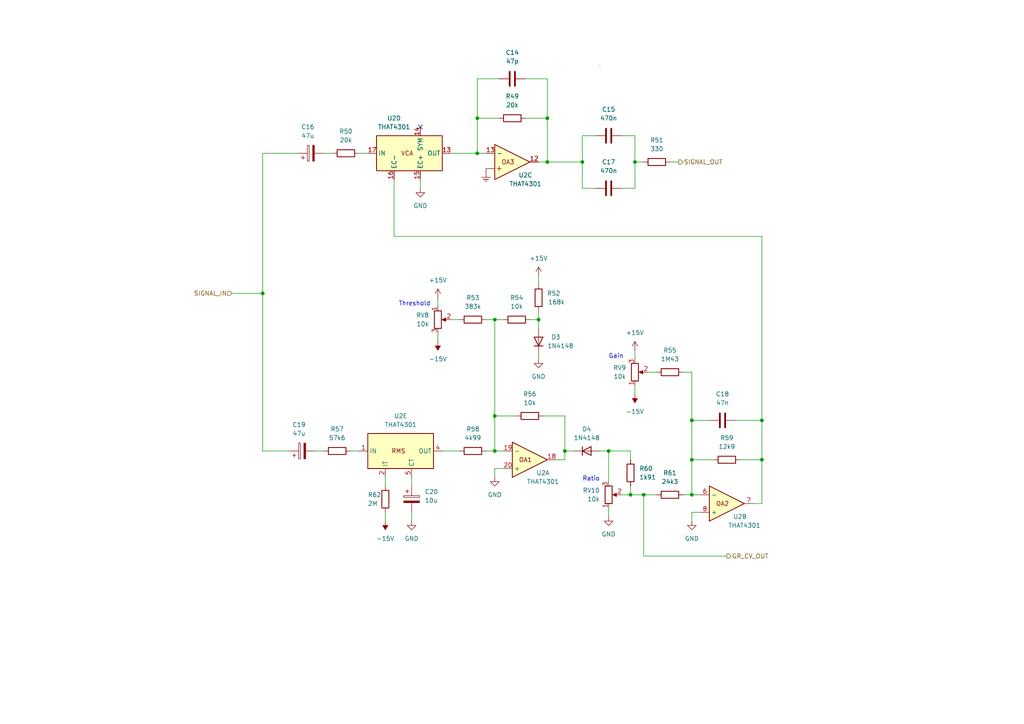
<source format=kicad_sch>
(kicad_sch (version 20211123) (generator eeschema)
  (paper "A4")
  (title_block (title "Wiggly EQ") (date "2022-08-01") (rev "0") (comment 2 "creativecommons.org/licenses/by/4.0") (comment 3 "License: CC by 4.0") (comment 4 "Author: Jordan Aceto"))
  (lib_symbols
    (symbol "Device:C" (pin_numbers hide) (pin_names (offset 0.254))
      (property "Reference" "C" (at 0.635 2.54 0))
      (property "Value" "C" (at 0.635 -2.54 0))
      (symbol "C_0_1"
        (polyline (pts (xy -2.032 -0.762) (xy 2.032 -0.762)) (stroke (width 0.508)))
        (polyline (pts (xy -2.032 0.762) (xy 2.032 0.762)) (stroke (width 0.508)))
      )
      (symbol "C_1_1"
        (pin passive line (at 0 3.81 270) (length 2.794) (name "~") (number "1"))
        (pin passive line (at 0 -3.81 90) (length 2.794) (name "~") (number "2"))
      )
    )
    (symbol "Device:C_Polarized" (pin_numbers hide) (pin_names (offset 0.254))
      (property "Reference" "C" (at 0.635 2.54 0))
      (property "Value" "C_Polarized" (at 0.635 -2.54 0))
      (symbol "C_Polarized_0_1"
        (rectangle (start -2.286 0.508) (end 2.286 1.016))
        (polyline (pts (xy -1.778 2.286) (xy -0.762 2.286)))
        (polyline (pts (xy -1.27 2.794) (xy -1.27 1.778)))
        (rectangle (start 2.286 -0.508) (end -2.286 -1.016) (fill (type outline)))
      )
      (symbol "C_Polarized_1_1"
        (pin passive line (at 0 3.81 270) (length 2.794) (name "~") (number "1"))
        (pin passive line (at 0 -3.81 90) (length 2.794) (name "~") (number "2"))
      )
    )
    (symbol "Device:R" (pin_numbers hide) (pin_names (offset 0))
      (property "Reference" "R" (at 2.032 0 90))
      (property "Value" "R" (at 0 0 90))
      (symbol "R_0_1"
        (rectangle (start -1.016 -2.54) (end 1.016 2.54) (stroke (width 0.254)))
      )
      (symbol "R_1_1"
        (pin passive line (at 0 3.81 270) (length 1.27) (name "~") (number "1"))
        (pin passive line (at 0 -3.81 90) (length 1.27) (name "~") (number "2"))
      )
    )
    (symbol "Device:R_Potentiometer" (pin_names (offset 1.016) hide)
      (property "Reference" "RV" (at -4.445 0 90))
      (property "Value" "R_Potentiometer" (at -2.54 0 90))
      (symbol "R_Potentiometer_0_1"
        (polyline (pts (xy 2.54 0) (xy 1.524 0)))
        (polyline (pts (xy 1.143 0) (xy 2.286 0.508) (xy 2.286 -0.508) (xy 1.143 0)) (fill (type outline)))
        (rectangle (start 1.016 2.54) (end -1.016 -2.54) (stroke (width 0.254)))
      )
      (symbol "R_Potentiometer_1_1"
        (pin passive line (at 0 3.81 270) (length 1.27) (name "1") (number "1"))
        (pin passive line (at 3.81 0 180) (length 1.27) (name "2") (number "2"))
        (pin passive line (at 0 -3.81 90) (length 1.27) (name "3") (number "3"))
      )
    )
    (symbol "Diode:1N4148" (pin_numbers hide) (pin_names (offset 1.016) hide)
      (property "Reference" "D" (at 0 2.54 0))
      (property "Value" "1N4148" (at 0 -2.54 0))
      (symbol "1N4148_0_1"
        (polyline (pts (xy -1.27 1.27) (xy -1.27 -1.27)) (stroke (width 0.254)))
        (polyline (pts (xy 1.27 0) (xy -1.27 0)))
        (polyline (pts (xy 1.27 1.27) (xy 1.27 -1.27) (xy -1.27 0) (xy 1.27 1.27)) (stroke (width 0.254)))
      )
      (symbol "1N4148_1_1"
        (pin passive line (at -3.81 0 0) (length 2.54) (name "K") (number "1"))
        (pin passive line (at 3.81 0 180) (length 2.54) (name "A") (number "2"))
      )
    )
    (symbol "THAT4301_1"
      (property "Reference" "U" (at -5.08 10.16 0))
      (property "Value" "THAT4301_1" (at -8.89 7.62 0))
      (symbol "THAT4301_1_1_1"
        (polyline (pts (xy -5.08 -5.08) (xy 5.08 0) (xy -5.08 5.08) (xy -5.08 -5.08)) (stroke (width 0.254)) (fill (type background)))
        (text "OA1" (at -1.27 0 0) (effects (font (size 1.27 1.27))))
        (pin output line (at 7.62 0 180) (length 2.54) (name "~") (number "18"))
        (pin input line (at -7.62 2.54 0) (length 2.54) (name "-") (number "19"))
        (pin input line (at -7.62 -2.54 0) (length 2.54) (name "+") (number "20"))
      )
      (symbol "THAT4301_1_2_1"
        (polyline (pts (xy -5.08 -5.08) (xy 5.08 0) (xy -5.08 5.08) (xy -5.08 -5.08)) (stroke (width 0.254)) (fill (type background)))
        (text "OA2" (at -1.27 0 0) (effects (font (size 1.27 1.27))))
        (pin input line (at -7.62 2.54 0) (length 2.54) (name "-") (number "6"))
        (pin output line (at 7.62 0 180) (length 2.54) (name "~") (number "7"))
        (pin input line (at -7.62 -2.54 0) (length 2.54) (name "+") (number "8"))
      )
      (symbol "THAT4301_1_3_1"
        (polyline (pts (xy -8.89 -4.445) (xy -6.35 -4.445)))
        (polyline (pts (xy -7.874 -5.588) (xy -7.366 -5.588)))
        (polyline (pts (xy -7.62 -5.715) (xy -7.62 -5.715)))
        (polyline (pts (xy -7.62 -5.715) (xy -7.62 -5.715)))
        (polyline (pts (xy -6.985 -5.08) (xy -8.255 -5.08)))
        (polyline (pts (xy -3.81 -2.54) (xy -3.81 -1.27)))
        (polyline (pts (xy -3.175 -1.905) (xy -4.445 -1.905)))
        (polyline (pts (xy -8.128 -5.08) (xy -8.382 -5.08) (xy -6.858 -5.08)))
        (polyline (pts (xy -5.08 -1.905) (xy -7.62 -1.905) (xy -7.62 -4.445)))
        (polyline (pts (xy -5.08 -5.08) (xy 5.08 0) (xy -5.08 5.08) (xy -5.08 -5.08)) (stroke (width 0.254)) (fill (type background)))
        (text "OA3" (at -1.27 0 0) (effects (font (size 1.27 1.27))))
        (pin output line (at 7.62 0 180) (length 2.54) (name "~") (number "12"))
        (pin bidirectional line (at -7.62 2.54 0) (length 2.54) (name "-") (number "13"))
      )
      (symbol "THAT4301_1_4_1"
        (rectangle (start 10.16 -5.08) (end -8.89 5.08) (stroke (width 0.254)) (fill (type background)))
        (rectangle (start 55.88 25.4) (end 55.88 25.4))
        (rectangle (start 55.88 25.4) (end 55.88 25.4))
        (rectangle (start 55.88 25.4) (end 55.88 25.4))
        (text "VCA" (at 0 0 0) (effects (font (size 1.27 1.27))))
        (pin bidirectional line (at 12.7 0 180) (length 2.54) (name "OUT") (number "13"))
        (pin input line (at 3.81 7.62 270) (length 2.54) (name "SYM") (number "14"))
        (pin input line (at 3.81 -7.62 90) (length 2.54) (name "EC+") (number "15"))
        (pin input line (at -3.81 -7.62 90) (length 2.54) (name "EC-") (number "16"))
        (pin input line (at -11.43 0 0) (length 2.54) (name "IN") (number "17"))
      )
      (symbol "THAT4301_1_5_1"
        (rectangle (start 10.16 -5.08) (end -8.89 5.08) (stroke (width 0.254)) (fill (type background)))
        (text "RMS" (at 0 0 0) (effects (font (size 1.27 1.27))))
        (pin input line (at -11.43 0 0) (length 2.54) (name "IN") (number "1"))
        (pin input line (at -3.81 -7.62 90) (length 2.54) (name "IT") (number "2"))
        (pin output line (at 12.7 0 180) (length 2.54) (name "OUT") (number "4"))
        (pin input line (at 3.81 -7.62 90) (length 2.54) (name "CT") (number "5"))
      )
      (symbol "THAT4301_1_6_1"
        (pin power_in line (at 2.54 -7.62 90) (length 2.54) (name "Vee") (number "10"))
        (pin power_in line (at 2.54 7.62 270) (length 2.54) (name "Vcc") (number "11"))
        (pin power_in line (at -2.54 -7.62 90) (length 2.54) (name "GND") (number "9"))
      )
    )
    (symbol "THAT4301_2"
      (property "Reference" "U" (at -5.08 10.16 0))
      (property "Value" "THAT4301_2" (at -8.89 7.62 0))
      (symbol "THAT4301_2_1_1"
        (polyline (pts (xy -5.08 -5.08) (xy 5.08 0) (xy -5.08 5.08) (xy -5.08 -5.08)) (stroke (width 0.254)) (fill (type background)))
        (text "OA1" (at -1.27 0 0) (effects (font (size 1.27 1.27))))
        (pin output line (at 7.62 0 180) (length 2.54) (name "~") (number "18"))
        (pin input line (at -7.62 2.54 0) (length 2.54) (name "-") (number "19"))
        (pin input line (at -7.62 -2.54 0) (length 2.54) (name "+") (number "20"))
      )
      (symbol "THAT4301_2_2_1"
        (polyline (pts (xy -5.08 -5.08) (xy 5.08 0) (xy -5.08 5.08) (xy -5.08 -5.08)) (stroke (width 0.254)) (fill (type background)))
        (text "OA2" (at -1.27 0 0) (effects (font (size 1.27 1.27))))
        (pin input line (at -7.62 2.54 0) (length 2.54) (name "-") (number "6"))
        (pin output line (at 7.62 0 180) (length 2.54) (name "~") (number "7"))
        (pin input line (at -7.62 -2.54 0) (length 2.54) (name "+") (number "8"))
      )
      (symbol "THAT4301_2_3_1"
        (polyline (pts (xy -8.89 -4.445) (xy -6.35 -4.445)))
        (polyline (pts (xy -7.874 -5.588) (xy -7.366 -5.588)))
        (polyline (pts (xy -7.62 -5.715) (xy -7.62 -5.715)))
        (polyline (pts (xy -7.62 -5.715) (xy -7.62 -5.715)))
        (polyline (pts (xy -6.985 -5.08) (xy -8.255 -5.08)))
        (polyline (pts (xy -3.81 -2.54) (xy -3.81 -1.27)))
        (polyline (pts (xy -3.175 -1.905) (xy -4.445 -1.905)))
        (polyline (pts (xy -8.128 -5.08) (xy -8.382 -5.08) (xy -6.858 -5.08)))
        (polyline (pts (xy -5.08 -1.905) (xy -7.62 -1.905) (xy -7.62 -4.445)))
        (polyline (pts (xy -5.08 -5.08) (xy 5.08 0) (xy -5.08 5.08) (xy -5.08 -5.08)) (stroke (width 0.254)) (fill (type background)))
        (text "OA3" (at -1.27 0 0) (effects (font (size 1.27 1.27))))
        (pin output line (at 7.62 0 180) (length 2.54) (name "~") (number "12"))
        (pin bidirectional line (at -7.62 2.54 0) (length 2.54) (name "-") (number "13"))
      )
      (symbol "THAT4301_2_4_1"
        (rectangle (start 10.16 -5.08) (end -8.89 5.08) (stroke (width 0.254)) (fill (type background)))
        (rectangle (start 55.88 25.4) (end 55.88 25.4))
        (rectangle (start 55.88 25.4) (end 55.88 25.4))
        (rectangle (start 55.88 25.4) (end 55.88 25.4))
        (text "VCA" (at 0 0 0) (effects (font (size 1.27 1.27))))
        (pin bidirectional line (at 12.7 0 180) (length 2.54) (name "OUT") (number "13"))
        (pin input line (at 3.81 7.62 270) (length 2.54) (name "SYM") (number "14"))
        (pin input line (at 3.81 -7.62 90) (length 2.54) (name "EC+") (number "15"))
        (pin input line (at -3.81 -7.62 90) (length 2.54) (name "EC-") (number "16"))
        (pin input line (at -11.43 0 0) (length 2.54) (name "IN") (number "17"))
      )
      (symbol "THAT4301_2_5_1"
        (rectangle (start 10.16 -5.08) (end -8.89 5.08) (stroke (width 0.254)) (fill (type background)))
        (text "RMS" (at 0 0 0) (effects (font (size 1.27 1.27))))
        (pin input line (at -11.43 0 0) (length 2.54) (name "IN") (number "1"))
        (pin input line (at -3.81 -7.62 90) (length 2.54) (name "IT") (number "2"))
        (pin output line (at 12.7 0 180) (length 2.54) (name "OUT") (number "4"))
        (pin input line (at 3.81 -7.62 90) (length 2.54) (name "CT") (number "5"))
      )
      (symbol "THAT4301_2_6_1"
        (pin power_in line (at 2.54 -7.62 90) (length 2.54) (name "Vee") (number "10"))
        (pin power_in line (at 2.54 7.62 270) (length 2.54) (name "Vcc") (number "11"))
        (pin power_in line (at -2.54 -7.62 90) (length 2.54) (name "GND") (number "9"))
      )
    )
    (symbol "THAT4301_3"
      (property "Reference" "U" (at -5.08 10.16 0))
      (property "Value" "THAT4301_3" (at -8.89 7.62 0))
      (symbol "THAT4301_3_1_1"
        (polyline (pts (xy -5.08 -5.08) (xy 5.08 0) (xy -5.08 5.08) (xy -5.08 -5.08)) (stroke (width 0.254)) (fill (type background)))
        (text "OA1" (at -1.27 0 0) (effects (font (size 1.27 1.27))))
        (pin output line (at 7.62 0 180) (length 2.54) (name "~") (number "18"))
        (pin input line (at -7.62 2.54 0) (length 2.54) (name "-") (number "19"))
        (pin input line (at -7.62 -2.54 0) (length 2.54) (name "+") (number "20"))
      )
      (symbol "THAT4301_3_2_1"
        (polyline (pts (xy -5.08 -5.08) (xy 5.08 0) (xy -5.08 5.08) (xy -5.08 -5.08)) (stroke (width 0.254)) (fill (type background)))
        (text "OA2" (at -1.27 0 0) (effects (font (size 1.27 1.27))))
        (pin input line (at -7.62 2.54 0) (length 2.54) (name "-") (number "6"))
        (pin output line (at 7.62 0 180) (length 2.54) (name "~") (number "7"))
        (pin input line (at -7.62 -2.54 0) (length 2.54) (name "+") (number "8"))
      )
      (symbol "THAT4301_3_3_1"
        (polyline (pts (xy -8.89 -4.445) (xy -6.35 -4.445)))
        (polyline (pts (xy -7.874 -5.588) (xy -7.366 -5.588)))
        (polyline (pts (xy -7.62 -5.715) (xy -7.62 -5.715)))
        (polyline (pts (xy -7.62 -5.715) (xy -7.62 -5.715)))
        (polyline (pts (xy -6.985 -5.08) (xy -8.255 -5.08)))
        (polyline (pts (xy -3.81 -2.54) (xy -3.81 -1.27)))
        (polyline (pts (xy -3.175 -1.905) (xy -4.445 -1.905)))
        (polyline (pts (xy -8.128 -5.08) (xy -8.382 -5.08) (xy -6.858 -5.08)))
        (polyline (pts (xy -5.08 -1.905) (xy -7.62 -1.905) (xy -7.62 -4.445)))
        (polyline (pts (xy -5.08 -5.08) (xy 5.08 0) (xy -5.08 5.08) (xy -5.08 -5.08)) (stroke (width 0.254)) (fill (type background)))
        (text "OA3" (at -1.27 0 0) (effects (font (size 1.27 1.27))))
        (pin output line (at 7.62 0 180) (length 2.54) (name "~") (number "12"))
        (pin bidirectional line (at -7.62 2.54 0) (length 2.54) (name "-") (number "13"))
      )
      (symbol "THAT4301_3_4_1"
        (rectangle (start 10.16 -5.08) (end -8.89 5.08) (stroke (width 0.254)) (fill (type background)))
        (rectangle (start 55.88 25.4) (end 55.88 25.4))
        (rectangle (start 55.88 25.4) (end 55.88 25.4))
        (rectangle (start 55.88 25.4) (end 55.88 25.4))
        (text "VCA" (at 0 0 0) (effects (font (size 1.27 1.27))))
        (pin bidirectional line (at 12.7 0 180) (length 2.54) (name "OUT") (number "13"))
        (pin input line (at 3.81 7.62 270) (length 2.54) (name "SYM") (number "14"))
        (pin input line (at 3.81 -7.62 90) (length 2.54) (name "EC+") (number "15"))
        (pin input line (at -3.81 -7.62 90) (length 2.54) (name "EC-") (number "16"))
        (pin input line (at -11.43 0 0) (length 2.54) (name "IN") (number "17"))
      )
      (symbol "THAT4301_3_5_1"
        (rectangle (start 10.16 -5.08) (end -8.89 5.08) (stroke (width 0.254)) (fill (type background)))
        (text "RMS" (at 0 0 0) (effects (font (size 1.27 1.27))))
        (pin input line (at -11.43 0 0) (length 2.54) (name "IN") (number "1"))
        (pin input line (at -3.81 -7.62 90) (length 2.54) (name "IT") (number "2"))
        (pin output line (at 12.7 0 180) (length 2.54) (name "OUT") (number "4"))
        (pin input line (at 3.81 -7.62 90) (length 2.54) (name "CT") (number "5"))
      )
      (symbol "THAT4301_3_6_1"
        (pin power_in line (at 2.54 -7.62 90) (length 2.54) (name "Vee") (number "10"))
        (pin power_in line (at 2.54 7.62 270) (length 2.54) (name "Vcc") (number "11"))
        (pin power_in line (at -2.54 -7.62 90) (length 2.54) (name "GND") (number "9"))
      )
    )
    (symbol "THAT4301_4"
      (property "Reference" "U" (at -5.08 10.16 0))
      (property "Value" "THAT4301_4" (at -8.89 7.62 0))
      (symbol "THAT4301_4_1_1"
        (polyline (pts (xy -5.08 -5.08) (xy 5.08 0) (xy -5.08 5.08) (xy -5.08 -5.08)) (stroke (width 0.254)) (fill (type background)))
        (text "OA1" (at -1.27 0 0) (effects (font (size 1.27 1.27))))
        (pin output line (at 7.62 0 180) (length 2.54) (name "~") (number "18"))
        (pin input line (at -7.62 2.54 0) (length 2.54) (name "-") (number "19"))
        (pin input line (at -7.62 -2.54 0) (length 2.54) (name "+") (number "20"))
      )
      (symbol "THAT4301_4_2_1"
        (polyline (pts (xy -5.08 -5.08) (xy 5.08 0) (xy -5.08 5.08) (xy -5.08 -5.08)) (stroke (width 0.254)) (fill (type background)))
        (text "OA2" (at -1.27 0 0) (effects (font (size 1.27 1.27))))
        (pin input line (at -7.62 2.54 0) (length 2.54) (name "-") (number "6"))
        (pin output line (at 7.62 0 180) (length 2.54) (name "~") (number "7"))
        (pin input line (at -7.62 -2.54 0) (length 2.54) (name "+") (number "8"))
      )
      (symbol "THAT4301_4_3_1"
        (polyline (pts (xy -8.89 -4.445) (xy -6.35 -4.445)))
        (polyline (pts (xy -7.874 -5.588) (xy -7.366 -5.588)))
        (polyline (pts (xy -7.62 -5.715) (xy -7.62 -5.715)))
        (polyline (pts (xy -7.62 -5.715) (xy -7.62 -5.715)))
        (polyline (pts (xy -6.985 -5.08) (xy -8.255 -5.08)))
        (polyline (pts (xy -3.81 -2.54) (xy -3.81 -1.27)))
        (polyline (pts (xy -3.175 -1.905) (xy -4.445 -1.905)))
        (polyline (pts (xy -8.128 -5.08) (xy -8.382 -5.08) (xy -6.858 -5.08)))
        (polyline (pts (xy -5.08 -1.905) (xy -7.62 -1.905) (xy -7.62 -4.445)))
        (polyline (pts (xy -5.08 -5.08) (xy 5.08 0) (xy -5.08 5.08) (xy -5.08 -5.08)) (stroke (width 0.254)) (fill (type background)))
        (text "OA3" (at -1.27 0 0) (effects (font (size 1.27 1.27))))
        (pin output line (at 7.62 0 180) (length 2.54) (name "~") (number "12"))
        (pin bidirectional line (at -7.62 2.54 0) (length 2.54) (name "-") (number "13"))
      )
      (symbol "THAT4301_4_4_1"
        (rectangle (start 10.16 -5.08) (end -8.89 5.08) (stroke (width 0.254)) (fill (type background)))
        (rectangle (start 55.88 25.4) (end 55.88 25.4))
        (rectangle (start 55.88 25.4) (end 55.88 25.4))
        (rectangle (start 55.88 25.4) (end 55.88 25.4))
        (text "VCA" (at 0 0 0) (effects (font (size 1.27 1.27))))
        (pin bidirectional line (at 12.7 0 180) (length 2.54) (name "OUT") (number "13"))
        (pin input line (at 3.81 7.62 270) (length 2.54) (name "SYM") (number "14"))
        (pin input line (at 3.81 -7.62 90) (length 2.54) (name "EC+") (number "15"))
        (pin input line (at -3.81 -7.62 90) (length 2.54) (name "EC-") (number "16"))
        (pin input line (at -11.43 0 0) (length 2.54) (name "IN") (number "17"))
      )
      (symbol "THAT4301_4_5_1"
        (rectangle (start 10.16 -5.08) (end -8.89 5.08) (stroke (width 0.254)) (fill (type background)))
        (text "RMS" (at 0 0 0) (effects (font (size 1.27 1.27))))
        (pin input line (at -11.43 0 0) (length 2.54) (name "IN") (number "1"))
        (pin input line (at -3.81 -7.62 90) (length 2.54) (name "IT") (number "2"))
        (pin output line (at 12.7 0 180) (length 2.54) (name "OUT") (number "4"))
        (pin input line (at 3.81 -7.62 90) (length 2.54) (name "CT") (number "5"))
      )
      (symbol "THAT4301_4_6_1"
        (pin power_in line (at 2.54 -7.62 90) (length 2.54) (name "Vee") (number "10"))
        (pin power_in line (at 2.54 7.62 270) (length 2.54) (name "Vcc") (number "11"))
        (pin power_in line (at -2.54 -7.62 90) (length 2.54) (name "GND") (number "9"))
      )
    )
    (symbol "custom_components:THAT4301"
      (property "Reference" "U" (at -5.08 10.16 0))
      (property "Value" "THAT4301" (at -8.89 7.62 0))
      (symbol "THAT4301_1_1"
        (polyline (pts (xy -5.08 -5.08) (xy 5.08 0) (xy -5.08 5.08) (xy -5.08 -5.08)) (stroke (width 0.254)) (fill (type background)))
        (text "OA1" (at -1.27 0 0) (effects (font (size 1.27 1.27))))
        (pin output line (at 7.62 0 180) (length 2.54) (name "~") (number "18"))
        (pin input line (at -7.62 2.54 0) (length 2.54) (name "-") (number "19"))
        (pin input line (at -7.62 -2.54 0) (length 2.54) (name "+") (number "20"))
      )
      (symbol "THAT4301_2_1"
        (polyline (pts (xy -5.08 -5.08) (xy 5.08 0) (xy -5.08 5.08) (xy -5.08 -5.08)) (stroke (width 0.254)) (fill (type background)))
        (text "OA2" (at -1.27 0 0) (effects (font (size 1.27 1.27))))
        (pin input line (at -7.62 2.54 0) (length 2.54) (name "-") (number "6"))
        (pin output line (at 7.62 0 180) (length 2.54) (name "~") (number "7"))
        (pin input line (at -7.62 -2.54 0) (length 2.54) (name "+") (number "8"))
      )
      (symbol "THAT4301_3_1"
        (polyline (pts (xy -8.89 -4.445) (xy -6.35 -4.445)))
        (polyline (pts (xy -7.874 -5.588) (xy -7.366 -5.588)))
        (polyline (pts (xy -7.62 -5.715) (xy -7.62 -5.715)))
        (polyline (pts (xy -7.62 -5.715) (xy -7.62 -5.715)))
        (polyline (pts (xy -6.985 -5.08) (xy -8.255 -5.08)))
        (polyline (pts (xy -3.81 -2.54) (xy -3.81 -1.27)))
        (polyline (pts (xy -3.175 -1.905) (xy -4.445 -1.905)))
        (polyline (pts (xy -8.128 -5.08) (xy -8.382 -5.08) (xy -6.858 -5.08)))
        (polyline (pts (xy -5.08 -1.905) (xy -7.62 -1.905) (xy -7.62 -4.445)))
        (polyline (pts (xy -5.08 -5.08) (xy 5.08 0) (xy -5.08 5.08) (xy -5.08 -5.08)) (stroke (width 0.254)) (fill (type background)))
        (text "OA3" (at -1.27 0 0) (effects (font (size 1.27 1.27))))
        (pin output line (at 7.62 0 180) (length 2.54) (name "~") (number "12"))
        (pin bidirectional line (at -7.62 2.54 0) (length 2.54) (name "-") (number "13"))
      )
      (symbol "THAT4301_4_1"
        (rectangle (start 10.16 -5.08) (end -8.89 5.08) (stroke (width 0.254)) (fill (type background)))
        (rectangle (start 55.88 25.4) (end 55.88 25.4))
        (rectangle (start 55.88 25.4) (end 55.88 25.4))
        (rectangle (start 55.88 25.4) (end 55.88 25.4))
        (text "VCA" (at 0 0 0) (effects (font (size 1.27 1.27))))
        (pin bidirectional line (at 12.7 0 180) (length 2.54) (name "OUT") (number "13"))
        (pin input line (at 3.81 7.62 270) (length 2.54) (name "SYM") (number "14"))
        (pin input line (at 3.81 -7.62 90) (length 2.54) (name "EC+") (number "15"))
        (pin input line (at -3.81 -7.62 90) (length 2.54) (name "EC-") (number "16"))
        (pin input line (at -11.43 0 0) (length 2.54) (name "IN") (number "17"))
      )
      (symbol "THAT4301_5_1"
        (rectangle (start 10.16 -5.08) (end -8.89 5.08) (stroke (width 0.254)) (fill (type background)))
        (text "RMS" (at 0 0 0) (effects (font (size 1.27 1.27))))
        (pin input line (at -11.43 0 0) (length 2.54) (name "IN") (number "1"))
        (pin input line (at -3.81 -7.62 90) (length 2.54) (name "IT") (number "2"))
        (pin output line (at 12.7 0 180) (length 2.54) (name "OUT") (number "4"))
        (pin input line (at 3.81 -7.62 90) (length 2.54) (name "CT") (number "5"))
      )
      (symbol "THAT4301_6_1"
        (pin power_in line (at 2.54 -7.62 90) (length 2.54) (name "Vee") (number "10"))
        (pin power_in line (at 2.54 7.62 270) (length 2.54) (name "Vcc") (number "11"))
        (pin power_in line (at -2.54 -7.62 90) (length 2.54) (name "GND") (number "9"))
      )
    )
    (symbol "power:+15V" (power) (pin_names (offset 0))
      (property "Value" "+15V" (at 0 3.556 0))
      (symbol "+15V_0_1"
        (polyline (pts (xy -0.762 1.27) (xy 0 2.54)))
        (polyline (pts (xy 0 0) (xy 0 2.54)))
        (polyline (pts (xy 0 2.54) (xy 0.762 1.27)))
      )
      (symbol "+15V_1_1"
        (pin power_in line (at 0 0 90) (length 0) hide (name "+15V") (number "1"))
      )
    )
    (symbol "power:-15V" (power) (pin_names (offset 0))
      (property "Value" "-15V" (at 0 3.81 0))
      (symbol "-15V_0_0"
        (pin power_in line (at 0 0 90) (length 0) hide (name "-15V") (number "1"))
      )
      (symbol "-15V_0_1"
        (polyline (pts (xy 0 0) (xy 0 1.27) (xy 0.762 1.27) (xy 0 2.54) (xy -0.762 1.27) (xy 0 1.27)) (fill (type outline)))
      )
    )
    (symbol "power:GND" (power) (pin_names (offset 0))
      (property "Value" "GND" (at 0 -3.81 0))
      (symbol "GND_0_1"
        (polyline (pts (xy 0 0) (xy 0 -1.27) (xy 1.27 -1.27) (xy 0 -2.54) (xy -1.27 -1.27) (xy 0 -1.27)))
      )
      (symbol "GND_1_1"
        (pin power_in line (at 0 0 270) (length 0) hide (name "GND") (number "1"))
      )
    )
  )
  (junction (at 76.2 85.09))
  (junction (at 158.75 46.99))
  (junction (at 220.98 121.92))
  (junction (at 182.88 143.51))
  (junction (at 163.83 130.81))
  (junction (at 168.91 46.99))
  (junction (at 200.66 143.51))
  (junction (at 200.66 133.35))
  (junction (at 186.69 143.51))
  (junction (at 143.51 130.81))
  (junction (at 138.43 34.29))
  (junction (at 138.43 44.45))
  (junction (at 220.98 133.35))
  (junction (at 143.51 92.71))
  (junction (at 184.15 46.99))
  (junction (at 143.51 120.65))
  (junction (at 200.66 121.92))
  (junction (at 156.21 92.71))
  (junction (at 158.75 34.29))
  (junction (at 176.53 130.81))
  (no_connect (at 121.92 36.83))
  (wire (pts (xy 138.43 44.45) (xy 140.97 44.45)))
  (wire (pts (xy 76.2 44.45) (xy 76.2 85.09)))
  (wire (pts (xy 220.98 133.35) (xy 214.63 133.35)))
  (wire (pts (xy 176.53 149.86) (xy 176.53 147.32)))
  (wire (pts (xy 218.44 146.05) (xy 220.98 146.05)))
  (wire (pts (xy 173.99 130.81) (xy 176.53 130.81)))
  (wire (pts (xy 143.51 138.43) (xy 143.51 135.89)))
  (wire (pts (xy 67.31 85.09) (xy 76.2 85.09)))
  (wire (pts (xy 76.2 130.81) (xy 83.82 130.81)))
  (wire (pts (xy 186.69 46.99) (xy 184.15 46.99)))
  (wire (pts (xy 205.74 121.92) (xy 200.66 121.92)))
  (wire (pts (xy 176.53 130.81) (xy 176.53 139.7)))
  (wire (pts (xy 184.15 101.6) (xy 184.15 104.14)))
  (wire (pts (xy 182.88 140.97) (xy 182.88 143.51)))
  (wire (pts (xy 121.92 54.61) (xy 121.92 52.07)))
  (wire (pts (xy 130.81 92.71) (xy 133.35 92.71)))
  (wire (pts (xy 144.78 34.29) (xy 138.43 34.29)))
  (wire (pts (xy 187.96 107.95) (xy 190.5 107.95)))
  (wire (pts (xy 153.67 92.71) (xy 156.21 92.71)))
  (wire (pts (xy 184.15 46.99) (xy 184.15 54.61)))
  (wire (pts (xy 143.51 135.89) (xy 146.05 135.89)))
  (wire (pts (xy 114.3 68.58) (xy 114.3 52.07)))
  (wire (pts (xy 220.98 121.92) (xy 220.98 133.35)))
  (wire (pts (xy 163.83 120.65) (xy 157.48 120.65)))
  (wire (pts (xy 156.21 104.14) (xy 156.21 102.87)))
  (wire (pts (xy 168.91 46.99) (xy 168.91 54.61)))
  (wire (pts (xy 220.98 68.58) (xy 114.3 68.58)))
  (wire (pts (xy 220.98 121.92) (xy 220.98 68.58)))
  (wire (pts (xy 156.21 92.71) (xy 156.21 95.25)))
  (wire (pts (xy 130.81 44.45) (xy 138.43 44.45)))
  (wire (pts (xy 186.69 143.51) (xy 190.5 143.51)))
  (wire (pts (xy 149.86 120.65) (xy 143.51 120.65)))
  (wire (pts (xy 158.75 34.29) (xy 152.4 34.29)))
  (wire (pts (xy 182.88 143.51) (xy 186.69 143.51)))
  (wire (pts (xy 200.66 143.51) (xy 203.2 143.51)))
  (wire (pts (xy 200.66 121.92) (xy 200.66 133.35)))
  (wire (pts (xy 152.4 22.86) (xy 158.75 22.86)))
  (wire (pts (xy 91.44 130.81) (xy 93.98 130.81)))
  (wire (pts (xy 158.75 46.99) (xy 158.75 34.29)))
  (wire (pts (xy 156.21 80.01) (xy 156.21 82.55)))
  (wire (pts (xy 93.98 44.45) (xy 96.52 44.45)))
  (wire (pts (xy 200.66 121.92) (xy 200.66 107.95)))
  (wire (pts (xy 76.2 85.09) (xy 76.2 130.81)))
  (wire (pts (xy 104.14 44.45) (xy 106.68 44.45)))
  (wire (pts (xy 168.91 39.37) (xy 168.91 46.99)))
  (wire (pts (xy 182.88 133.35) (xy 182.88 130.81)))
  (wire (pts (xy 101.6 130.81) (xy 104.14 130.81)))
  (wire (pts (xy 143.51 130.81) (xy 146.05 130.81)))
  (wire (pts (xy 143.51 92.71) (xy 140.97 92.71)))
  (wire (pts (xy 184.15 39.37) (xy 184.15 46.99)))
  (wire (pts (xy 161.29 133.35) (xy 163.83 133.35)))
  (wire (pts (xy 138.43 34.29) (xy 138.43 44.45)))
  (wire (pts (xy 180.34 143.51) (xy 182.88 143.51)))
  (wire (pts (xy 163.83 130.81) (xy 166.37 130.81)))
  (wire (pts (xy 111.76 151.13) (xy 111.76 148.59)))
  (wire (pts (xy 200.66 151.13) (xy 200.66 148.59)))
  (wire (pts (xy 127 99.06) (xy 127 96.52)))
  (wire (pts (xy 143.51 120.65) (xy 143.51 130.81)))
  (wire (pts (xy 158.75 46.99) (xy 168.91 46.99)))
  (wire (pts (xy 182.88 130.81) (xy 176.53 130.81)))
  (wire (pts (xy 163.83 130.81) (xy 163.83 120.65)))
  (wire (pts (xy 144.78 22.86) (xy 138.43 22.86)))
  (wire (pts (xy 143.51 92.71) (xy 146.05 92.71)))
  (wire (pts (xy 184.15 54.61) (xy 180.34 54.61)))
  (wire (pts (xy 198.12 143.51) (xy 200.66 143.51)))
  (wire (pts (xy 119.38 138.43) (xy 119.38 140.97)))
  (wire (pts (xy 200.66 107.95) (xy 198.12 107.95)))
  (wire (pts (xy 111.76 138.43) (xy 111.76 140.97)))
  (wire (pts (xy 180.34 39.37) (xy 184.15 39.37)))
  (wire (pts (xy 200.66 148.59) (xy 203.2 148.59)))
  (wire (pts (xy 158.75 22.86) (xy 158.75 34.29)))
  (wire (pts (xy 140.97 130.81) (xy 143.51 130.81)))
  (wire (pts (xy 213.36 121.92) (xy 220.98 121.92)))
  (wire (pts (xy 119.38 151.13) (xy 119.38 148.59)))
  (wire (pts (xy 200.66 133.35) (xy 200.66 143.51)))
  (wire (pts (xy 127 86.36) (xy 127 88.9)))
  (wire (pts (xy 168.91 39.37) (xy 172.72 39.37)))
  (wire (pts (xy 156.21 92.71) (xy 156.21 90.17)))
  (wire (pts (xy 210.82 161.29) (xy 186.69 161.29)))
  (wire (pts (xy 163.83 133.35) (xy 163.83 130.81)))
  (wire (pts (xy 143.51 92.71) (xy 143.51 120.65)))
  (wire (pts (xy 172.72 54.61) (xy 168.91 54.61)))
  (wire (pts (xy 76.2 44.45) (xy 86.36 44.45)))
  (wire (pts (xy 196.85 46.99) (xy 194.31 46.99)))
  (wire (pts (xy 138.43 22.86) (xy 138.43 34.29)))
  (wire (pts (xy 186.69 161.29) (xy 186.69 143.51)))
  (wire (pts (xy 207.01 133.35) (xy 200.66 133.35)))
  (wire (pts (xy 156.21 46.99) (xy 158.75 46.99)))
  (wire (pts (xy 128.27 130.81) (xy 133.35 130.81)))
  (wire (pts (xy 220.98 146.05) (xy 220.98 133.35)))
  (wire (pts (xy 184.15 111.76) (xy 184.15 114.3)))
  (text "Gain" (at 176.53 104.14 0) (effects (font (size 1.27 1.27)) (justify left bottom)))
  (text "Ratio" (at 168.91 139.7 0) (effects (font (size 1.27 1.27)) (justify left bottom)))
  (text "Threshold" (at 115.57 88.9 0) (effects (font (size 1.27 1.27)) (justify left bottom)))
  (hierarchical_label "SIGNAL_OUT" (shape output) (at 196.85 46.99 0))
  (hierarchical_label "GR_CV_OUT" (shape output) (at 210.82 161.29 0))
  (hierarchical_label "SIGNAL_IN" (shape input) (at 67.31 85.09 180))
  (symbol (lib_id "Device:C_Polarized") (at 119.38 144.78 0) (unit 1)
    (property "Reference" "C20" (at 123.19 142.6209 0) (effects (justify left)))
    (property "Value" "10u" (at 123.19 145.1609 0) (effects (justify left)))
  )
  (symbol (lib_id "power:-15V") (at 127 99.06 180) (unit 1)
    (property "Reference" "#PWR032" (effects hide))
    (property "Value" "-15V" (at 127 104.14 0))
  )
  (symbol (lib_name "THAT4301_2") (lib_id "custom_components:THAT4301") (at 115.57 130.81 0) (unit 5)
    (property "Reference" "U2" (at 116.205 120.65 0))
    (property "Value" "THAT4301" (at 116.205 123.19 0))
    (property "Footprint" "Package_DIP:DIP-20_W7.62mm" (effects hide))
  )
  (symbol (lib_id "Device:C") (at 176.53 54.61 270) (mirror x) (unit 1)
    (property "Reference" "C17" (at 176.53 46.99 90))
    (property "Value" "470n" (at 176.53 49.53 90))
  )
  (symbol (lib_id "power:GND") (at 119.38 151.13 0) (unit 1)
    (property "Reference" "#PWR039" (effects hide))
    (property "Value" "GND" (at 119.38 156.21 0))
  )
  (symbol (lib_id "Device:R") (at 194.31 107.95 90) (unit 1)
    (property "Reference" "R55" (at 194.31 101.6 90))
    (property "Value" "1M43" (at 194.31 104.14 90))
  )
  (symbol (lib_id "Device:R") (at 153.67 120.65 90) (unit 1)
    (property "Reference" "R56" (at 153.67 114.3 90))
    (property "Value" "10k" (at 153.67 116.84 90))
  )
  (symbol (lib_id "Device:C") (at 148.59 22.86 90) (unit 1)
    (property "Reference" "C14" (at 148.59 15.24 90))
    (property "Value" "47p" (at 148.59 17.78 90))
  )
  (symbol (lib_id "Device:C_Polarized") (at 87.63 130.81 90) (unit 1)
    (property "Reference" "C19" (at 86.741 123.19 90))
    (property "Value" "47u" (at 86.741 125.73 90))
  )
  (symbol (lib_id "power:-15V") (at 111.76 151.13 180) (unit 1)
    (property "Reference" "#PWR038" (effects hide))
    (property "Value" "-15V" (at 111.76 156.21 0))
  )
  (symbol (lib_name "THAT4301_4") (lib_id "custom_components:THAT4301") (at 148.59 46.99 0) (unit 3)
    (property "Reference" "U2" (at 152.4 50.8 0))
    (property "Value" "THAT4301" (at 152.4 53.34 0))
    (property "Footprint" "Package_DIP:DIP-20_W7.62mm" (effects hide))
  )
  (symbol (lib_id "Device:R") (at 97.79 130.81 90) (unit 1)
    (property "Reference" "R57" (at 97.79 124.46 90))
    (property "Value" "57k6" (at 97.79 127 90))
  )
  (symbol (lib_id "Device:C_Polarized") (at 90.17 44.45 90) (unit 1)
    (property "Reference" "C16" (at 89.281 36.83 90))
    (property "Value" "47u" (at 89.281 39.37 90))
  )
  (symbol (lib_id "custom_components:THAT4301") (at 210.82 146.05 0) (unit 2)
    (property "Reference" "U2" (at 214.63 149.86 0))
    (property "Value" "THAT4301" (at 215.9 152.4 0))
    (property "Footprint" "Package_DIP:DIP-20_W7.62mm" (effects hide))
  )
  (symbol (lib_id "power:GND") (at 156.21 104.14 0) (mirror y) (unit 1)
    (property "Reference" "#PWR034" (effects hide))
    (property "Value" "GND" (at 156.21 109.22 0))
  )
  (symbol (lib_name "THAT4301_3") (lib_id "custom_components:THAT4301") (at 118.11 44.45 0) (unit 4)
    (property "Reference" "U2" (at 114.3 34.29 0))
    (property "Value" "THAT4301" (at 114.3 36.83 0))
    (property "Footprint" "Package_DIP:DIP-20_W7.62mm" (effects hide))
  )
  (symbol (lib_id "Device:R") (at 194.31 143.51 90) (unit 1)
    (property "Reference" "R61" (at 194.31 137.16 90))
    (property "Value" "24k3" (at 194.31 139.7 90))
  )
  (symbol (lib_id "Device:C") (at 176.53 39.37 270) (mirror x) (unit 1)
    (property "Reference" "C15" (at 176.53 31.75 90))
    (property "Value" "470n" (at 176.53 34.29 90))
  )
  (symbol (lib_id "Device:R_Potentiometer") (at 127 92.71 0) (unit 1)
    (property "Reference" "RV8" (at 124.46 91.4399 0) (effects (justify right)))
    (property "Value" "10k" (at 124.46 93.9799 0) (effects (justify right)))
  )
  (symbol (lib_id "power:GND") (at 200.66 151.13 0) (unit 1)
    (property "Reference" "#PWR040" (effects hide))
    (property "Value" "GND" (at 200.66 156.21 0))
  )
  (symbol (lib_id "Device:R") (at 190.5 46.99 270) (mirror x) (unit 1)
    (property "Reference" "R51" (at 190.5 40.64 90))
    (property "Value" "330" (at 190.5 43.18 90))
  )
  (symbol (lib_id "Device:R") (at 148.59 34.29 90) (unit 1)
    (property "Reference" "R49" (at 148.59 27.94 90))
    (property "Value" "20k" (at 148.59 30.48 90))
  )
  (symbol (lib_id "Device:C") (at 209.55 121.92 90) (unit 1)
    (property "Reference" "C18" (at 209.55 114.3 90))
    (property "Value" "47n" (at 209.55 116.84 90))
  )
  (symbol (lib_id "power:+15V") (at 156.21 80.01 0) (unit 1)
    (property "Reference" "#PWR030" (effects hide))
    (property "Value" "+15V" (at 156.21 74.93 0))
  )
  (symbol (lib_name "THAT4301_1") (lib_id "custom_components:THAT4301") (at 153.67 133.35 0) (unit 1)
    (property "Reference" "U2" (at 157.48 137.16 0))
    (property "Value" "THAT4301" (at 157.48 139.7 0))
    (property "Footprint" "Package_DIP:DIP-20_W7.62mm" (effects hide))
  )
  (symbol (lib_id "Device:R") (at 210.82 133.35 90) (unit 1)
    (property "Reference" "R59" (at 210.82 127 90))
    (property "Value" "12k9" (at 210.82 129.54 90))
  )
  (symbol (lib_id "Device:R") (at 137.16 130.81 90) (unit 1)
    (property "Reference" "R58" (at 137.16 124.46 90))
    (property "Value" "4k99" (at 137.16 127 90))
  )
  (symbol (lib_id "Device:R") (at 182.88 137.16 0) (unit 1)
    (property "Reference" "R60" (at 185.42 135.8899 0) (effects (justify left)))
    (property "Value" "1k91" (at 185.42 138.4299 0) (effects (justify left)))
  )
  (symbol (lib_id "power:-15V") (at 184.15 114.3 180) (unit 1)
    (property "Reference" "#PWR035" (effects hide))
    (property "Value" "-15V" (at 184.15 119.38 0))
  )
  (symbol (lib_id "Device:R") (at 100.33 44.45 90) (unit 1)
    (property "Reference" "R50" (at 100.33 38.1 90))
    (property "Value" "20k" (at 100.33 40.64 90))
  )
  (symbol (lib_id "power:GND") (at 143.51 138.43 0) (unit 1)
    (property "Reference" "#PWR036" (effects hide))
    (property "Value" "GND" (at 143.51 143.51 0))
  )
  (symbol (lib_id "Device:R") (at 137.16 92.71 90) (unit 1)
    (property "Reference" "R53" (at 137.16 86.36 90))
    (property "Value" "383k" (at 137.16 88.9 90))
  )
  (symbol (lib_id "power:+15V") (at 184.15 101.6 0) (unit 1)
    (property "Reference" "#PWR033" (effects hide))
    (property "Value" "+15V" (at 184.15 96.52 0))
  )
  (symbol (lib_id "Device:R_Potentiometer") (at 176.53 143.51 0) (mirror x) (unit 1)
    (property "Reference" "RV10" (at 173.99 142.2399 0) (effects (justify right)))
    (property "Value" "10k" (at 173.99 144.7799 0) (effects (justify right)))
  )
  (symbol (lib_id "Device:R") (at 156.21 86.36 0) (mirror x) (unit 1)
    (property "Reference" "R52" (at 162.56 85.09 0) (effects (justify right)))
    (property "Value" "168k" (at 163.83 87.63 0) (effects (justify right)))
  )
  (symbol (lib_id "power:GND") (at 121.92 54.61 0) (unit 1)
    (property "Reference" "#PWR029" (effects hide))
    (property "Value" "GND" (at 121.92 59.69 0))
  )
  (symbol (lib_id "Diode:1N4148") (at 156.21 99.06 270) (mirror x) (unit 1)
    (property "Reference" "D3" (at 162.56 97.79 90) (effects (justify right)))
    (property "Value" "1N4148" (at 166.37 100.33 90) (effects (justify right)))
    (property "Footprint" "Diode_THT:D_DO-35_SOD27_P7.62mm_Horizontal" (effects hide))
    (property "Datasheet" "https://assets.nexperia.com/documents/data-sheet/1N4148_1N4448.pdf" (effects hide))
  )
  (symbol (lib_id "Device:R_Potentiometer") (at 184.15 107.95 0) (mirror x) (unit 1)
    (property "Reference" "RV9" (at 181.61 106.6799 0) (effects (justify right)))
    (property "Value" "10k" (at 181.61 109.2199 0) (effects (justify right)))
  )
  (symbol (lib_id "Device:R") (at 149.86 92.71 270) (mirror x) (unit 1)
    (property "Reference" "R54" (at 149.86 86.36 90))
    (property "Value" "10k" (at 149.86 88.9 90))
  )
  (symbol (lib_id "power:GND") (at 176.53 149.86 0) (unit 1)
    (property "Reference" "#PWR037" (effects hide))
    (property "Value" "GND" (at 176.53 154.94 0))
  )
  (symbol (lib_id "Diode:1N4148") (at 170.18 130.81 0) (unit 1)
    (property "Reference" "D4" (at 170.18 124.46 0))
    (property "Value" "1N4148" (at 170.18 127 0))
    (property "Footprint" "Diode_THT:D_DO-35_SOD27_P7.62mm_Horizontal" (effects hide))
    (property "Datasheet" "https://assets.nexperia.com/documents/data-sheet/1N4148_1N4448.pdf" (effects hide))
  )
  (symbol (lib_id "Device:R") (at 111.76 144.78 0) (unit 1)
    (property "Reference" "R62" (at 106.68 143.51 0) (effects (justify left)))
    (property "Value" "2M" (at 106.68 146.05 0) (effects (justify left)))
  )
  (symbol (lib_id "power:+15V") (at 127 86.36 0) (unit 1)
    (property "Reference" "#PWR031" (effects hide))
    (property "Value" "+15V" (at 127 81.28 0))
  )
)
</source>
